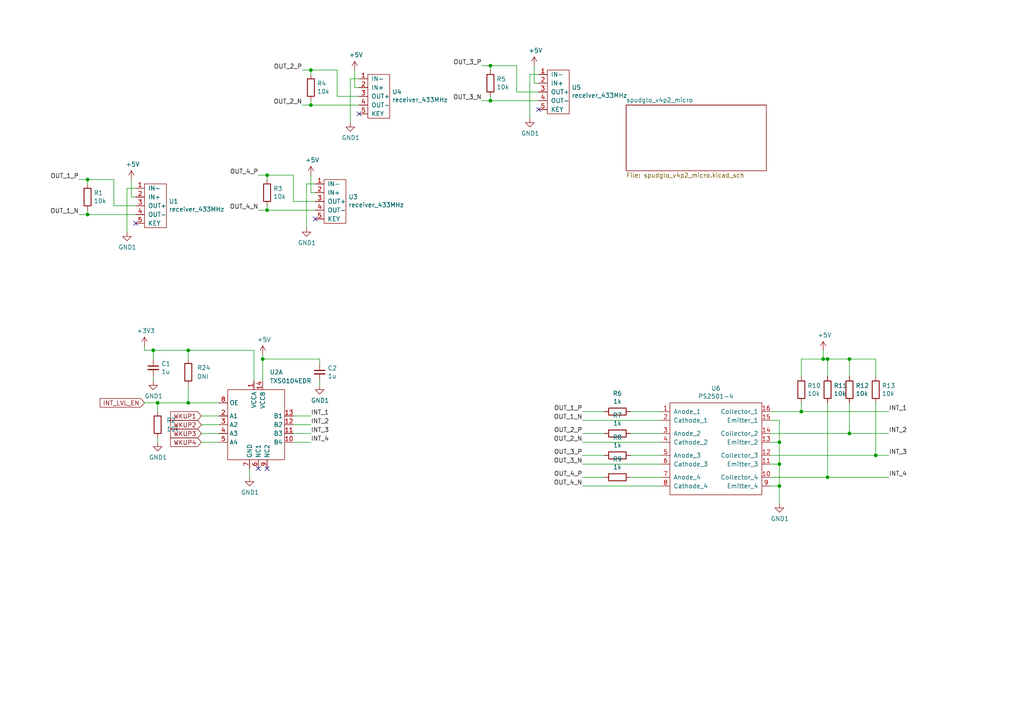
<source format=kicad_sch>
(kicad_sch (version 20211123) (generator eeschema)
  (paper "A4")
  (lib_symbols
    (symbol "Device:C_Small" (pin_numbers hide) (pin_names (offset 0.254) hide)
      (property "Reference" "C" (at 0.254 1.778 0))
      (property "Value" "C_Small" (at 0.254 -2.032 0))
      (symbol "C_Small_0_1"
        (polyline (pts (xy -1.524 -0.508) (xy 1.524 -0.508)) (stroke (width 0.3302)))
        (polyline (pts (xy -1.524 0.508) (xy 1.524 0.508)) (stroke (width 0.3048)))
      )
      (symbol "C_Small_1_1"
        (pin passive line (at 0 2.54 270) (length 2.032) (name "~") (number "1"))
        (pin passive line (at 0 -2.54 90) (length 2.032) (name "~") (number "2"))
      )
    )
    (symbol "Device:R" (pin_numbers hide) (pin_names (offset 0))
      (property "Reference" "R" (at 2.032 0 90))
      (property "Value" "R" (at 0 0 90))
      (symbol "R_0_1"
        (rectangle (start -1.016 -2.54) (end 1.016 2.54) (stroke (width 0.254)))
      )
      (symbol "R_1_1"
        (pin passive line (at 0 3.81 270) (length 1.27) (name "~") (number "1"))
        (pin passive line (at 0 -3.81 90) (length 1.27) (name "~") (number "2"))
      )
    )
    (symbol "power:+5V" (power) (pin_names (offset 0))
      (property "Value" "+5V" (at 0 3.556 0))
      (symbol "+5V_0_1"
        (polyline (pts (xy -0.762 1.27) (xy 0 2.54)))
        (polyline (pts (xy 0 0) (xy 0 2.54)))
        (polyline (pts (xy 0 2.54) (xy 0.762 1.27)))
      )
      (symbol "+5V_1_1"
        (pin power_in line (at 0 0 90) (length 0) hide (name "+5V") (number "1"))
      )
    )
    (symbol "power:GND1" (power) (pin_names (offset 0))
      (property "Value" "GND1" (at 0 -3.81 0))
      (symbol "GND1_0_1"
        (polyline (pts (xy 0 0) (xy 0 -1.27) (xy 1.27 -1.27) (xy 0 -2.54) (xy -1.27 -1.27) (xy 0 -1.27)))
      )
      (symbol "GND1_1_1"
        (pin power_in line (at 0 0 270) (length 0) hide (name "GND1") (number "1"))
      )
    )
    (symbol "spudglo_driver_v3p1-rescue:+3.3V-power" (power) (pin_names (offset 0))
      (property "Value" "+3.3V-power" (at 0 3.556 0))
      (symbol "+3.3V-power_0_1"
        (polyline (pts (xy -0.762 1.27) (xy 0 2.54)))
        (polyline (pts (xy 0 0) (xy 0 2.54)))
        (polyline (pts (xy 0 2.54) (xy 0.762 1.27)))
      )
      (symbol "+3.3V-power_1_1"
        (pin power_in line (at 0 0 90) (length 0) hide (name "+3V3") (number "1"))
      )
    )
    (symbol "spudglo_driver_v3p1-rescue:PS2501-4-srw_custom" (pin_names (offset 1.016))
      (property "Reference" "U" (at 0 0 0))
      (property "Value" "PS2501-4-srw_custom" (at 1.27 -31.75 0))
      (symbol "PS2501-4-srw_custom_0_1"
        (rectangle (start 0 -2.54) (end 26.67 -29.21))
      )
      (symbol "PS2501-4-srw_custom_1_1"
        (pin input line (at -2.54 -5.08 0) (length 2.54) (name "Anode_1") (number "1"))
        (pin input line (at 29.21 -24.13 180) (length 2.54) (name "Collector_4") (number "10"))
        (pin input line (at 29.21 -20.32 180) (length 2.54) (name "Emitter_3") (number "11"))
        (pin input line (at 29.21 -17.78 180) (length 2.54) (name "Collector_3") (number "12"))
        (pin input line (at 29.21 -13.97 180) (length 2.54) (name "Emitter_2") (number "13"))
        (pin input line (at 29.21 -11.43 180) (length 2.54) (name "Collector_2") (number "14"))
        (pin input line (at 29.21 -7.62 180) (length 2.54) (name "Emitter_1") (number "15"))
        (pin input line (at 29.21 -5.08 180) (length 2.54) (name "Collector_1") (number "16"))
        (pin input line (at -2.54 -7.62 0) (length 2.54) (name "Cathode_1") (number "2"))
        (pin input line (at -2.54 -11.43 0) (length 2.54) (name "Anode_2") (number "3"))
        (pin input line (at -2.54 -13.97 0) (length 2.54) (name "Cathode_2") (number "4"))
        (pin input line (at -2.54 -17.78 0) (length 2.54) (name "Anode_3") (number "5"))
        (pin input line (at -2.54 -20.32 0) (length 2.54) (name "Cathode_3") (number "6"))
        (pin input line (at -2.54 -24.13 0) (length 2.54) (name "Anode_4") (number "7"))
        (pin input line (at -2.54 -26.67 0) (length 2.54) (name "Cathode_4") (number "8"))
        (pin input line (at 29.21 -26.67 180) (length 2.54) (name "Emitter_4") (number "9"))
      )
    )
    (symbol "spudglo_driver_v3p1-rescue:receiver_433MHz-srw_custom" (pin_names (offset 1.016))
      (property "Reference" "U" (at 0 0 0))
      (property "Value" "receiver_433MHz-srw_custom" (at 2.54 -20.32 0))
      (symbol "receiver_433MHz-srw_custom_0_1"
        (rectangle (start 2.54 -2.54) (end 8.89 -15.24))
      )
      (symbol "receiver_433MHz-srw_custom_1_1"
        (pin input line (at 0 -3.81 0) (length 2.54) (name "IN-") (number "1"))
        (pin input line (at 0 -6.35 0) (length 2.54) (name "IN+") (number "2"))
        (pin input line (at 0 -8.89 0) (length 2.54) (name "OUT+") (number "3"))
        (pin input line (at 0 -11.43 0) (length 2.54) (name "OUT-") (number "4"))
        (pin input line (at 0 -13.97 0) (length 2.54) (name "KEY") (number "5"))
      )
    )
    (symbol "srw_custom:TXS0104EDR"
      (property "Reference" "U" (at 1.27 1.27 0))
      (property "Value" "TXS0104EDR" (at 20.32 -22.86 0))
      (symbol "TXS0104EDR_0_1"
        (rectangle (start 0 0) (end 16.51 -20.32))
      )
      (symbol "TXS0104EDR_1_1"
        (pin input line (at 7.62 2.54 270) (length 2.54) (name "VCCA") (number "1"))
        (pin input line (at 19.05 -15.24 180) (length 2.54) (name "B4") (number "10"))
        (pin input line (at 19.05 -12.7 180) (length 2.54) (name "B3") (number "11"))
        (pin input line (at 19.05 -10.16 180) (length 2.54) (name "B2") (number "12"))
        (pin input line (at 19.05 -7.62 180) (length 2.54) (name "B1") (number "13"))
        (pin input line (at 10.16 2.54 270) (length 2.54) (name "VCCB") (number "14"))
        (pin input line (at -2.54 -7.62 0) (length 2.54) (name "A1") (number "2"))
        (pin input line (at -2.54 -10.16 0) (length 2.54) (name "A2") (number "3"))
        (pin input line (at -2.54 -12.7 0) (length 2.54) (name "A3") (number "4"))
        (pin input line (at -2.54 -15.24 0) (length 2.54) (name "A4") (number "5"))
        (pin input line (at 8.89 -22.86 90) (length 2.54) (name "NC1") (number "6"))
        (pin input line (at 6.35 -22.86 90) (length 2.54) (name "GND") (number "7"))
        (pin input line (at -2.54 -3.81 0) (length 2.54) (name "OE") (number "8"))
        (pin input line (at 11.43 -22.86 90) (length 2.54) (name "NC2") (number "9"))
      )
      (symbol "TXS0104EDR_2_1"
        (pin input line (at -2.54 -7.62 0) (length 2.54) (name "A1") (number "1-UB"))
      )
      (symbol "TXS0104EDR_3_1"
        (pin input line (at -2.54 -7.62 0) (length 2.54) (name "A1") (number "1-UC"))
      )
      (symbol "TXS0104EDR_4_1"
        (pin input line (at -2.54 -7.62 0) (length 2.54) (name "A1") (number "1-UD"))
      )
      (symbol "TXS0104EDR_5_1"
        (pin input line (at -2.54 -7.62 0) (length 2.54) (name "A1") (number "1-UE"))
      )
      (symbol "TXS0104EDR_6_1"
        (pin input line (at -2.54 -7.62 0) (length 2.54) (name "A1") (number "1-UF"))
      )
      (symbol "TXS0104EDR_7_1"
        (pin input line (at -2.54 -7.62 0) (length 2.54) (name "A1") (number "1-UG"))
      )
      (symbol "TXS0104EDR_8_1"
        (pin input line (at -2.54 -7.62 0) (length 2.54) (name "A1") (number "1-UH"))
      )
      (symbol "TXS0104EDR_9_1"
        (pin input line (at -2.54 -7.62 0) (length 2.54) (name "A1") (number "1-UI"))
      )
      (symbol "TXS0104EDR_10_1"
        (pin input line (at -2.54 -7.62 0) (length 2.54) (name "A1") (number "1-UJ"))
      )
      (symbol "TXS0104EDR_11_1"
        (pin input line (at -2.54 -7.62 0) (length 2.54) (name "A1") (number "1-UK"))
      )
      (symbol "TXS0104EDR_12_1"
        (pin input line (at -2.54 -7.62 0) (length 2.54) (name "A1") (number "1-UL"))
      )
      (symbol "TXS0104EDR_13_1"
        (pin input line (at -2.54 -7.62 0) (length 2.54) (name "A1") (number "1-UM"))
      )
      (symbol "TXS0104EDR_14_1"
        (pin input line (at -2.54 -7.62 0) (length 2.54) (name "A1") (number "1-UN"))
      )
    )
  )
  (junction (at 142.24 29.21))
  (junction (at 77.47 60.96))
  (junction (at 240.03 104.14))
  (junction (at 44.45 101.6))
  (junction (at 232.41 119.38))
  (junction (at 238.76 104.14))
  (junction (at 90.17 20.32))
  (junction (at 226.06 140.97))
  (junction (at 77.47 50.8))
  (junction (at 240.03 138.43))
  (junction (at 226.06 134.62))
  (junction (at 25.4 62.23))
  (junction (at 45.72 116.84))
  (junction (at 142.24 19.05))
  (junction (at 246.38 125.73))
  (junction (at 246.38 104.14))
  (junction (at 54.61 116.84))
  (junction (at 54.61 101.6))
  (junction (at 25.4 52.07))
  (junction (at 90.17 30.48))
  (junction (at 226.06 128.27))
  (junction (at 76.2 104.14))
  (junction (at 254 132.08))
  (no_connect (at 77.47 135.89))
  (no_connect (at 156.21 31.75))
  (no_connect (at 104.14 33.02))
  (no_connect (at 91.44 63.5))
  (no_connect (at 39.37 64.77))
  (no_connect (at 74.93 135.89))
  (wire (pts (xy 44.45 104.14) (xy 44.45 101.6)))
  (wire (pts (xy 77.47 50.8) (xy 74.93 50.8)))
  (wire (pts (xy 39.37 54.61) (xy 36.83 54.61)))
  (wire (pts (xy 91.44 60.96) (xy 77.47 60.96)))
  (wire (pts (xy 22.86 62.23) (xy 25.4 62.23)))
  (wire (pts (xy 240.03 138.43) (xy 257.81 138.43)))
  (wire (pts (xy 238.76 104.14) (xy 240.03 104.14)))
  (wire (pts (xy 175.26 125.73) (xy 168.91 125.73)))
  (wire (pts (xy 90.17 30.48) (xy 90.17 29.21)))
  (wire (pts (xy 77.47 50.8) (xy 77.47 52.07)))
  (wire (pts (xy 104.14 22.86) (xy 101.6 22.86)))
  (wire (pts (xy 54.61 111.76) (xy 54.61 116.84)))
  (wire (pts (xy 74.93 60.96) (xy 77.47 60.96)))
  (wire (pts (xy 139.7 29.21) (xy 142.24 29.21)))
  (wire (pts (xy 39.37 59.69) (xy 33.02 59.69)))
  (wire (pts (xy 149.86 26.67) (xy 149.86 19.05)))
  (wire (pts (xy 58.42 128.27) (xy 63.5 128.27)))
  (wire (pts (xy 76.2 104.14) (xy 76.2 110.49)))
  (wire (pts (xy 246.38 116.84) (xy 246.38 125.73)))
  (wire (pts (xy 91.44 58.42) (xy 85.09 58.42)))
  (wire (pts (xy 44.45 101.6) (xy 54.61 101.6)))
  (wire (pts (xy 33.02 59.69) (xy 33.02 52.07)))
  (wire (pts (xy 142.24 29.21) (xy 142.24 27.94)))
  (wire (pts (xy 39.37 57.15) (xy 38.1 57.15)))
  (wire (pts (xy 142.24 19.05) (xy 142.24 20.32)))
  (wire (pts (xy 41.91 116.84) (xy 45.72 116.84)))
  (wire (pts (xy 240.03 109.22) (xy 240.03 104.14)))
  (wire (pts (xy 39.37 62.23) (xy 25.4 62.23)))
  (wire (pts (xy 85.09 58.42) (xy 85.09 50.8)))
  (wire (pts (xy 175.26 132.08) (xy 168.91 132.08)))
  (wire (pts (xy 156.21 21.59) (xy 153.67 21.59)))
  (wire (pts (xy 246.38 104.14) (xy 254 104.14)))
  (wire (pts (xy 156.21 26.67) (xy 149.86 26.67)))
  (wire (pts (xy 156.21 29.21) (xy 142.24 29.21)))
  (wire (pts (xy 90.17 55.88) (xy 90.17 50.8)))
  (wire (pts (xy 45.72 116.84) (xy 54.61 116.84)))
  (wire (pts (xy 191.77 128.27) (xy 168.91 128.27)))
  (wire (pts (xy 87.63 30.48) (xy 90.17 30.48)))
  (wire (pts (xy 45.72 119.38) (xy 45.72 116.84)))
  (wire (pts (xy 90.17 20.32) (xy 87.63 20.32)))
  (wire (pts (xy 92.71 105.41) (xy 92.71 104.14)))
  (wire (pts (xy 191.77 119.38) (xy 182.88 119.38)))
  (wire (pts (xy 92.71 111.76) (xy 92.71 110.49)))
  (wire (pts (xy 238.76 104.14) (xy 238.76 101.6)))
  (wire (pts (xy 54.61 116.84) (xy 63.5 116.84)))
  (wire (pts (xy 77.47 60.96) (xy 77.47 59.69)))
  (wire (pts (xy 191.77 121.92) (xy 168.91 121.92)))
  (wire (pts (xy 54.61 101.6) (xy 73.66 101.6)))
  (wire (pts (xy 191.77 132.08) (xy 182.88 132.08)))
  (wire (pts (xy 226.06 128.27) (xy 226.06 121.92)))
  (wire (pts (xy 41.91 101.6) (xy 41.91 100.33)))
  (wire (pts (xy 246.38 109.22) (xy 246.38 104.14)))
  (wire (pts (xy 156.21 24.13) (xy 154.94 24.13)))
  (wire (pts (xy 226.06 134.62) (xy 226.06 140.97)))
  (wire (pts (xy 191.77 140.97) (xy 168.91 140.97)))
  (wire (pts (xy 97.79 27.94) (xy 97.79 20.32)))
  (wire (pts (xy 254 132.08) (xy 257.81 132.08)))
  (wire (pts (xy 153.67 21.59) (xy 153.67 34.29)))
  (wire (pts (xy 97.79 20.32) (xy 90.17 20.32)))
  (wire (pts (xy 58.42 120.65) (xy 63.5 120.65)))
  (wire (pts (xy 36.83 54.61) (xy 36.83 67.31)))
  (wire (pts (xy 25.4 52.07) (xy 25.4 53.34)))
  (wire (pts (xy 223.52 134.62) (xy 226.06 134.62)))
  (wire (pts (xy 58.42 125.73) (xy 63.5 125.73)))
  (wire (pts (xy 226.06 134.62) (xy 226.06 128.27)))
  (wire (pts (xy 182.88 125.73) (xy 191.77 125.73)))
  (wire (pts (xy 254 104.14) (xy 254 109.22)))
  (wire (pts (xy 104.14 25.4) (xy 102.87 25.4)))
  (wire (pts (xy 232.41 104.14) (xy 232.41 109.22)))
  (wire (pts (xy 91.44 53.34) (xy 88.9 53.34)))
  (wire (pts (xy 240.03 116.84) (xy 240.03 138.43)))
  (wire (pts (xy 142.24 19.05) (xy 139.7 19.05)))
  (wire (pts (xy 104.14 30.48) (xy 90.17 30.48)))
  (wire (pts (xy 44.45 110.49) (xy 44.45 109.22)))
  (wire (pts (xy 76.2 104.14) (xy 92.71 104.14)))
  (wire (pts (xy 240.03 104.14) (xy 246.38 104.14)))
  (wire (pts (xy 191.77 134.62) (xy 168.91 134.62)))
  (wire (pts (xy 223.52 138.43) (xy 240.03 138.43)))
  (wire (pts (xy 226.06 140.97) (xy 226.06 146.05)))
  (wire (pts (xy 223.52 140.97) (xy 226.06 140.97)))
  (wire (pts (xy 226.06 121.92) (xy 223.52 121.92)))
  (wire (pts (xy 149.86 19.05) (xy 142.24 19.05)))
  (wire (pts (xy 226.06 128.27) (xy 223.52 128.27)))
  (wire (pts (xy 90.17 20.32) (xy 90.17 21.59)))
  (wire (pts (xy 232.41 116.84) (xy 232.41 119.38)))
  (wire (pts (xy 45.72 127) (xy 45.72 128.27)))
  (wire (pts (xy 76.2 102.87) (xy 76.2 104.14)))
  (wire (pts (xy 25.4 52.07) (xy 22.86 52.07)))
  (wire (pts (xy 223.52 119.38) (xy 232.41 119.38)))
  (wire (pts (xy 175.26 138.43) (xy 168.91 138.43)))
  (wire (pts (xy 238.76 104.14) (xy 232.41 104.14)))
  (wire (pts (xy 223.52 132.08) (xy 254 132.08)))
  (wire (pts (xy 223.52 125.73) (xy 246.38 125.73)))
  (wire (pts (xy 154.94 24.13) (xy 154.94 19.05)))
  (wire (pts (xy 104.14 27.94) (xy 97.79 27.94)))
  (wire (pts (xy 88.9 53.34) (xy 88.9 66.04)))
  (wire (pts (xy 254 116.84) (xy 254 132.08)))
  (wire (pts (xy 232.41 119.38) (xy 257.81 119.38)))
  (wire (pts (xy 246.38 125.73) (xy 257.81 125.73)))
  (wire (pts (xy 102.87 25.4) (xy 102.87 20.32)))
  (wire (pts (xy 44.45 101.6) (xy 41.91 101.6)))
  (wire (pts (xy 85.09 50.8) (xy 77.47 50.8)))
  (wire (pts (xy 54.61 101.6) (xy 54.61 104.14)))
  (wire (pts (xy 58.42 123.19) (xy 63.5 123.19)))
  (wire (pts (xy 33.02 52.07) (xy 25.4 52.07)))
  (wire (pts (xy 101.6 22.86) (xy 101.6 35.56)))
  (wire (pts (xy 72.39 135.89) (xy 72.39 138.43)))
  (wire (pts (xy 90.17 123.19) (xy 85.09 123.19)))
  (wire (pts (xy 175.26 119.38) (xy 168.91 119.38)))
  (wire (pts (xy 25.4 62.23) (xy 25.4 60.96)))
  (wire (pts (xy 90.17 128.27) (xy 85.09 128.27)))
  (wire (pts (xy 38.1 57.15) (xy 38.1 52.07)))
  (wire (pts (xy 91.44 55.88) (xy 90.17 55.88)))
  (wire (pts (xy 191.77 138.43) (xy 182.88 138.43)))
  (wire (pts (xy 73.66 101.6) (xy 73.66 110.49)))
  (wire (pts (xy 85.09 120.65) (xy 90.17 120.65)))
  (wire (pts (xy 85.09 125.73) (xy 90.17 125.73)))
  (label "INT_2" (at 90.17 123.19 0))
  (label "INT_4" (at 257.81 138.43 0))
  (label "OUT_1_P" (at 22.86 52.07 180))
  (label "OUT_3_N" (at 139.7 29.21 180))
  (label "OUT_2_N" (at 168.91 128.27 180))
  (label "OUT_3_N" (at 168.91 134.62 180))
  (label "OUT_1_N" (at 168.91 121.92 180))
  (label "OUT_1_N" (at 22.86 62.23 180))
  (label "INT_1" (at 90.17 120.65 0))
  (label "OUT_4_P" (at 74.93 50.8 180))
  (label "INT_3" (at 90.17 125.73 0))
  (label "INT_2" (at 257.81 125.73 0))
  (label "OUT_4_N" (at 74.93 60.96 180))
  (label "OUT_3_P" (at 139.7 19.05 180))
  (label "INT_4" (at 90.17 128.27 0))
  (label "OUT_4_P" (at 168.91 138.43 180))
  (label "OUT_1_P" (at 168.91 119.38 180))
  (label "OUT_2_N" (at 87.63 30.48 180))
  (label "INT_3" (at 257.81 132.08 0))
  (label "OUT_3_P" (at 168.91 132.08 180))
  (label "OUT_2_P" (at 87.63 20.32 180))
  (label "OUT_2_P" (at 168.91 125.73 180))
  (label "INT_1" (at 257.81 119.38 0))
  (label "OUT_4_N" (at 168.91 140.97 180))
  (global_label "WKUP2" (shape input) (at 58.42 123.19 180) (property "Intersheet References" "${INTERSHEET_REFS}" (effects hide)))
  (global_label "WKUP1" (shape input) (at 58.42 120.65 180) (property "Intersheet References" "${INTERSHEET_REFS}" (effects hide)))
  (global_label "WKUP4" (shape input) (at 58.42 128.27 180) (property "Intersheet References" "${INTERSHEET_REFS}" (effects hide)))
  (global_label "INT_LVL_EN" (shape input) (at 41.91 116.84 180) (property "Intersheet References" "${INTERSHEET_REFS}" (effects hide)))
  (global_label "WKUP3" (shape input) (at 58.42 125.73 180) (property "Intersheet References" "${INTERSHEET_REFS}" (effects hide)))
  (symbol (lib_id "spudglo_driver_v3p1-rescue:+3.3V-power") (at 41.91 100.33 0) (unit 1)
    (property "Reference" "#PWR0104" (effects hide))
    (property "Value" "+3.3V" (at 42.291 95.9358 0))
  )
  (symbol (lib_id "power:+5V") (at 76.2 102.87 0) (unit 1)
    (property "Reference" "#PWR0103" (effects hide))
    (property "Value" "+5V" (at 76.581 98.4758 0))
  )
  (symbol (lib_id "Device:R") (at 54.61 107.95 0) (unit 1)
    (property "Reference" "R24" (at 57.15 106.6799 0) (effects (justify left)))
    (property "Value" "DNI" (at 57.15 109.2199 0) (effects (justify left)))
    (property "Footprint" "Resistor_SMD:R_0603_1608Metric_Pad0.98x0.95mm_HandSolder" (effects hide))
  )
  (symbol (lib_id "Device:R") (at 45.72 123.19 0) (unit 1)
    (property "Reference" "R2" (at 48.26 121.9199 0) (effects (justify left)))
    (property "Value" "10k" (at 48.26 124.4599 0) (effects (justify left)))
    (property "Footprint" "Resistor_SMD:R_0603_1608Metric_Pad0.98x0.95mm_HandSolder" (effects hide))
  )
  (symbol (lib_id "Device:R") (at 179.07 125.73 270) (unit 1)
    (property "Reference" "R7" (at 179.07 120.4722 90))
    (property "Value" "1k" (at 179.07 122.7836 90))
    (property "Footprint" "Resistor_SMD:R_0603_1608Metric_Pad0.98x0.95mm_HandSolder" (effects hide))
  )
  (symbol (lib_id "spudglo_driver_v3p1-rescue:receiver_433MHz-srw_custom") (at 104.14 19.05 0) (unit 1)
    (property "Reference" "U4" (at 113.7412 26.6446 0) (effects (justify left)))
    (property "Value" "receiver_433MHz" (at 113.7412 28.956 0) (effects (justify left)))
    (property "Footprint" "Connector_PinHeader_2.54mm:PinHeader_1x05_P2.54mm_Vertical" (effects hide))
  )
  (symbol (lib_id "power:GND1") (at 88.9 66.04 0) (unit 1)
    (property "Reference" "#PWR0113" (effects hide))
    (property "Value" "GND1" (at 89.027 70.4342 0))
  )
  (symbol (lib_id "power:+5V") (at 38.1 52.07 0) (unit 1)
    (property "Reference" "#PWR0106" (effects hide))
    (property "Value" "+5V" (at 38.481 47.6758 0))
  )
  (symbol (lib_id "spudglo_driver_v3p1-rescue:PS2501-4-srw_custom") (at 194.31 114.3 0) (unit 1)
    (property "Reference" "U6" (at 207.645 112.649 0))
    (property "Value" "PS2501-4" (at 207.645 114.9604 0))
    (property "Footprint" "Package_DIP:DIP-16_W7.62mm_LongPads" (effects hide))
  )
  (symbol (lib_id "power:+5V") (at 90.17 50.8 0) (unit 1)
    (property "Reference" "#PWR0114" (effects hide))
    (property "Value" "+5V" (at 90.551 46.4058 0))
  )
  (symbol (lib_id "Device:R") (at 179.07 138.43 270) (unit 1)
    (property "Reference" "R9" (at 179.07 133.1722 90))
    (property "Value" "1k" (at 179.07 135.4836 90))
    (property "Footprint" "Resistor_SMD:R_0603_1608Metric_Pad0.98x0.95mm_HandSolder" (effects hide))
  )
  (symbol (lib_id "power:GND1") (at 226.06 146.05 0) (unit 1)
    (property "Reference" "#PWR0108" (effects hide))
    (property "Value" "GND1" (at 226.187 150.4442 0))
  )
  (symbol (lib_id "Device:R") (at 240.03 113.03 0) (unit 1)
    (property "Reference" "R11" (at 241.808 111.8616 0) (effects (justify left)))
    (property "Value" "10k" (at 241.808 114.173 0) (effects (justify left)))
    (property "Footprint" "Resistor_SMD:R_0603_1608Metric_Pad0.98x0.95mm_HandSolder" (effects hide))
  )
  (symbol (lib_id "srw_custom:TXS0104EDR") (at 66.04 113.03 0) (unit 1)
    (property "Reference" "U2" (at 78.2194 107.95 0) (effects (justify left)))
    (property "Value" "TXS0104EDR" (at 78.2194 110.49 0) (effects (justify left)))
    (property "Footprint" "Package_SO:SOIC-14_3.9x8.7mm_P1.27mm" (effects hide))
  )
  (symbol (lib_id "spudglo_driver_v3p1-rescue:receiver_433MHz-srw_custom") (at 39.37 50.8 0) (unit 1)
    (property "Reference" "U1" (at 48.9712 58.3946 0) (effects (justify left)))
    (property "Value" "receiver_433MHz" (at 48.9712 60.706 0) (effects (justify left)))
    (property "Footprint" "Connector_PinHeader_2.54mm:PinHeader_1x05_P2.54mm_Vertical" (effects hide))
  )
  (symbol (lib_id "Device:R") (at 179.07 119.38 270) (unit 1)
    (property "Reference" "R6" (at 179.07 114.1222 90))
    (property "Value" "1k" (at 179.07 116.4336 90))
    (property "Footprint" "Resistor_SMD:R_0603_1608Metric_Pad0.98x0.95mm_HandSolder" (effects hide))
  )
  (symbol (lib_id "spudglo_driver_v3p1-rescue:receiver_433MHz-srw_custom") (at 156.21 17.78 0) (unit 1)
    (property "Reference" "U5" (at 165.8112 25.3746 0) (effects (justify left)))
    (property "Value" "receiver_433MHz" (at 165.8112 27.686 0) (effects (justify left)))
    (property "Footprint" "Connector_PinHeader_2.54mm:PinHeader_1x05_P2.54mm_Vertical" (effects hide))
  )
  (symbol (lib_id "Device:R") (at 90.17 25.4 0) (unit 1)
    (property "Reference" "R4" (at 91.948 24.2316 0) (effects (justify left)))
    (property "Value" "10k" (at 91.948 26.543 0) (effects (justify left)))
    (property "Footprint" "Resistor_SMD:R_0603_1608Metric_Pad0.98x0.95mm_HandSolder" (effects hide))
  )
  (symbol (lib_id "power:+5V") (at 102.87 20.32 0) (unit 1)
    (property "Reference" "#PWR0112" (effects hide))
    (property "Value" "+5V" (at 103.251 15.9258 0))
  )
  (symbol (lib_id "power:+5V") (at 154.94 19.05 0) (unit 1)
    (property "Reference" "#PWR0102" (effects hide))
    (property "Value" "+5V" (at 155.321 14.6558 0))
  )
  (symbol (lib_id "Device:R") (at 246.38 113.03 0) (unit 1)
    (property "Reference" "R12" (at 248.158 111.8616 0) (effects (justify left)))
    (property "Value" "10k" (at 248.158 114.173 0) (effects (justify left)))
    (property "Footprint" "Resistor_SMD:R_0603_1608Metric_Pad0.98x0.95mm_HandSolder" (effects hide))
  )
  (symbol (lib_id "Device:R") (at 179.07 132.08 270) (unit 1)
    (property "Reference" "R8" (at 179.07 126.8222 90))
    (property "Value" "1k" (at 179.07 129.1336 90))
    (property "Footprint" "Resistor_SMD:R_0603_1608Metric_Pad0.98x0.95mm_HandSolder" (effects hide))
  )
  (symbol (lib_id "power:GND1") (at 101.6 35.56 0) (unit 1)
    (property "Reference" "#PWR0115" (effects hide))
    (property "Value" "GND1" (at 101.727 39.9542 0))
  )
  (symbol (lib_id "power:GND1") (at 36.83 67.31 0) (unit 1)
    (property "Reference" "#PWR0107" (effects hide))
    (property "Value" "GND1" (at 36.957 71.7042 0))
  )
  (symbol (lib_id "power:GND1") (at 153.67 34.29 0) (unit 1)
    (property "Reference" "#PWR0101" (effects hide))
    (property "Value" "GND1" (at 153.797 38.6842 0))
  )
  (symbol (lib_id "Device:R") (at 232.41 113.03 0) (unit 1)
    (property "Reference" "R10" (at 234.188 111.8616 0) (effects (justify left)))
    (property "Value" "10k" (at 234.188 114.173 0) (effects (justify left)))
    (property "Footprint" "Resistor_SMD:R_0603_1608Metric_Pad0.98x0.95mm_HandSolder" (effects hide))
  )
  (symbol (lib_id "power:GND1") (at 92.71 111.76 0) (unit 1)
    (property "Reference" "#PWR0111" (effects hide))
    (property "Value" "GND1" (at 92.837 116.1542 0))
  )
  (symbol (lib_id "Device:R") (at 254 113.03 0) (unit 1)
    (property "Reference" "R13" (at 255.778 111.8616 0) (effects (justify left)))
    (property "Value" "10k" (at 255.778 114.173 0) (effects (justify left)))
    (property "Footprint" "Resistor_SMD:R_0603_1608Metric_Pad0.98x0.95mm_HandSolder" (effects hide))
  )
  (symbol (lib_id "Device:R") (at 25.4 57.15 0) (unit 1)
    (property "Reference" "R1" (at 27.178 55.9816 0) (effects (justify left)))
    (property "Value" "10k" (at 27.178 58.293 0) (effects (justify left)))
    (property "Footprint" "Resistor_SMD:R_0603_1608Metric_Pad0.98x0.95mm_HandSolder" (effects hide))
  )
  (symbol (lib_id "Device:R") (at 142.24 24.13 0) (unit 1)
    (property "Reference" "R5" (at 144.018 22.9616 0) (effects (justify left)))
    (property "Value" "10k" (at 144.018 25.273 0) (effects (justify left)))
    (property "Footprint" "Resistor_SMD:R_0603_1608Metric_Pad0.98x0.95mm_HandSolder" (effects hide))
  )
  (symbol (lib_id "power:+5V") (at 238.76 101.6 0) (unit 1)
    (property "Reference" "#PWR0116" (effects hide))
    (property "Value" "+5V" (at 239.141 97.2058 0))
  )
  (symbol (lib_id "Device:C_Small") (at 92.71 107.95 0) (unit 1)
    (property "Reference" "C2" (at 95.0468 106.7816 0) (effects (justify left)))
    (property "Value" "1u" (at 95.0468 109.093 0) (effects (justify left)))
    (property "Footprint" "Capacitor_SMD:C_0603_1608Metric_Pad1.08x0.95mm_HandSolder" (effects hide))
  )
  (symbol (lib_id "power:GND1") (at 44.45 110.49 0) (unit 1)
    (property "Reference" "#PWR0105" (effects hide))
    (property "Value" "GND1" (at 44.577 114.8842 0))
  )
  (symbol (lib_id "power:GND1") (at 45.72 128.27 0) (unit 1)
    (property "Reference" "#PWR0110" (effects hide))
    (property "Value" "GND1" (at 45.847 132.6642 0))
  )
  (symbol (lib_id "Device:C_Small") (at 44.45 106.68 0) (unit 1)
    (property "Reference" "C1" (at 46.7868 105.5116 0) (effects (justify left)))
    (property "Value" "1u" (at 46.7868 107.823 0) (effects (justify left)))
    (property "Footprint" "Capacitor_SMD:C_0603_1608Metric_Pad1.08x0.95mm_HandSolder" (effects hide))
  )
  (symbol (lib_id "spudglo_driver_v3p1-rescue:receiver_433MHz-srw_custom") (at 91.44 49.53 0) (unit 1)
    (property "Reference" "U3" (at 101.0412 57.1246 0) (effects (justify left)))
    (property "Value" "receiver_433MHz" (at 101.0412 59.436 0) (effects (justify left)))
    (property "Footprint" "Connector_PinHeader_2.54mm:PinHeader_1x05_P2.54mm_Vertical" (effects hide))
  )
  (symbol (lib_id "power:GND1") (at 72.39 138.43 0) (unit 1)
    (property "Reference" "#PWR0109" (effects hide))
    (property "Value" "GND1" (at 72.517 142.8242 0))
  )
  (symbol (lib_id "Device:R") (at 77.47 55.88 0) (unit 1)
    (property "Reference" "R3" (at 79.248 54.7116 0) (effects (justify left)))
    (property "Value" "10k" (at 79.248 57.023 0) (effects (justify left)))
    (property "Footprint" "Resistor_SMD:R_0603_1608Metric_Pad0.98x0.95mm_HandSolder" (effects hide))
  )
  (sheet (at 181.61 30.48) (size 40.64 19.05) (stroke (width 0.1524))
    (property "Sheet name" "spudglo_v4p2_micro" (at 181.61 29.7684 0) (effects (justify left bottom)))
    (property "Sheet file" "spudglo_v4p2_micro.kicad_sch" (at 181.61 50.1146 0) (effects (justify left top)))
  )
)
</source>
